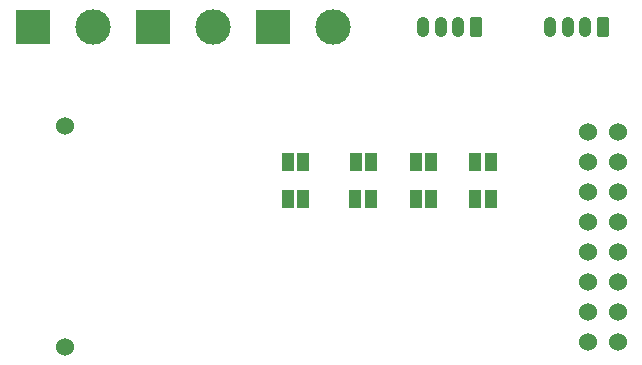
<source format=gbr>
%TF.GenerationSoftware,KiCad,Pcbnew,8.0.1*%
%TF.CreationDate,2024-09-05T21:12:14+03:00*%
%TF.ProjectId,eth-uart-breakout,6574682d-7561-4727-942d-627265616b6f,rev?*%
%TF.SameCoordinates,Original*%
%TF.FileFunction,Soldermask,Bot*%
%TF.FilePolarity,Negative*%
%FSLAX46Y46*%
G04 Gerber Fmt 4.6, Leading zero omitted, Abs format (unit mm)*
G04 Created by KiCad (PCBNEW 8.0.1) date 2024-09-05 21:12:14*
%MOMM*%
%LPD*%
G01*
G04 APERTURE LIST*
G04 Aperture macros list*
%AMRoundRect*
0 Rectangle with rounded corners*
0 $1 Rounding radius*
0 $2 $3 $4 $5 $6 $7 $8 $9 X,Y pos of 4 corners*
0 Add a 4 corners polygon primitive as box body*
4,1,4,$2,$3,$4,$5,$6,$7,$8,$9,$2,$3,0*
0 Add four circle primitives for the rounded corners*
1,1,$1+$1,$2,$3*
1,1,$1+$1,$4,$5*
1,1,$1+$1,$6,$7*
1,1,$1+$1,$8,$9*
0 Add four rect primitives between the rounded corners*
20,1,$1+$1,$2,$3,$4,$5,0*
20,1,$1+$1,$4,$5,$6,$7,0*
20,1,$1+$1,$6,$7,$8,$9,0*
20,1,$1+$1,$8,$9,$2,$3,0*%
G04 Aperture macros list end*
%ADD10RoundRect,0.250000X0.265000X0.615000X-0.265000X0.615000X-0.265000X-0.615000X0.265000X-0.615000X0*%
%ADD11O,1.030000X1.730000*%
%ADD12R,3.000000X3.000000*%
%ADD13C,3.000000*%
%ADD14C,1.524000*%
%ADD15R,1.000000X1.500000*%
G04 APERTURE END LIST*
D10*
%TO.C,J2*%
X106680000Y-60960000D03*
D11*
X105180000Y-60960000D03*
X103680000Y-60960000D03*
X102180000Y-60960000D03*
%TD*%
D12*
%TO.C,J4*%
X68580000Y-60960000D03*
D13*
X73660000Y-60960000D03*
%TD*%
D12*
%TO.C,J3*%
X58420000Y-60960000D03*
D13*
X63500000Y-60960000D03*
%TD*%
D14*
%TO.C,U1*%
X107950000Y-69850000D03*
X105410000Y-69850000D03*
X107950000Y-72390000D03*
X105410000Y-72390000D03*
X107950000Y-74930000D03*
X105410000Y-74930000D03*
X107950000Y-77470000D03*
X105410000Y-77470000D03*
X107950000Y-80010000D03*
X105410000Y-80010000D03*
X107950000Y-82550000D03*
X105410000Y-82550000D03*
X107950000Y-85090000D03*
X105410000Y-85090000D03*
X107950000Y-87630000D03*
X105410000Y-87630000D03*
X61100000Y-69365000D03*
X61100000Y-88115000D03*
%TD*%
D12*
%TO.C,J5*%
X78740000Y-60960000D03*
D13*
X83820000Y-60960000D03*
%TD*%
D10*
%TO.C,J1*%
X95940000Y-60960000D03*
D11*
X94440000Y-60960000D03*
X92940000Y-60960000D03*
X91440000Y-60960000D03*
%TD*%
D15*
%TO.C,JP7*%
X92105000Y-75565000D03*
X90805000Y-75565000D03*
%TD*%
%TO.C,JP1*%
X85755000Y-72390000D03*
X87055000Y-72390000D03*
%TD*%
%TO.C,JP8*%
X95855000Y-75565000D03*
X97155000Y-75565000D03*
%TD*%
%TO.C,JP6*%
X81295000Y-75565000D03*
X79995000Y-75565000D03*
%TD*%
%TO.C,JP5*%
X85695000Y-75565000D03*
X86995000Y-75565000D03*
%TD*%
%TO.C,JP3*%
X95855000Y-72390000D03*
X97155000Y-72390000D03*
%TD*%
%TO.C,JP2*%
X81310000Y-72390000D03*
X80010000Y-72390000D03*
%TD*%
%TO.C,JP4*%
X92105000Y-72390000D03*
X90805000Y-72390000D03*
%TD*%
M02*

</source>
